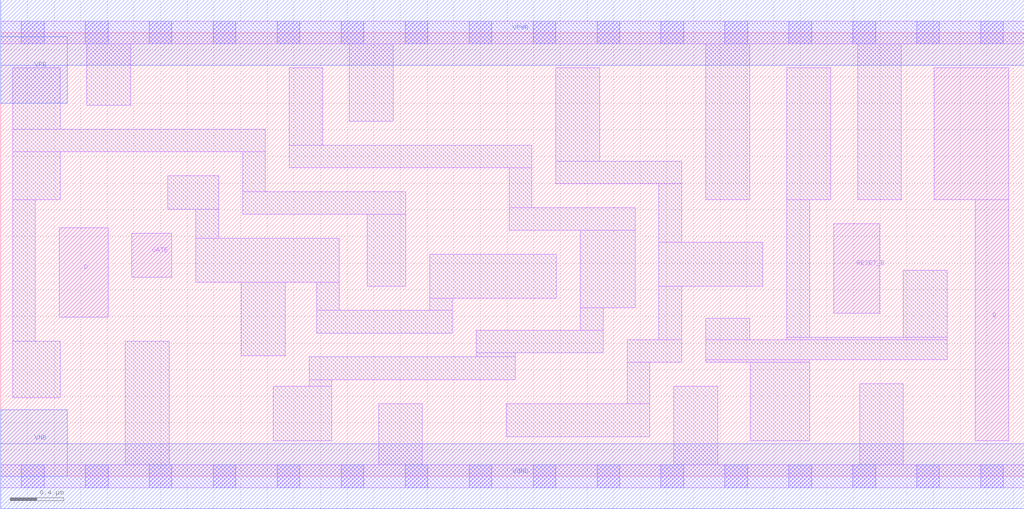
<source format=lef>
# Copyright 2020 The SkyWater PDK Authors
#
# Licensed under the Apache License, Version 2.0 (the "License");
# you may not use this file except in compliance with the License.
# You may obtain a copy of the License at
#
#     https://www.apache.org/licenses/LICENSE-2.0
#
# Unless required by applicable law or agreed to in writing, software
# distributed under the License is distributed on an "AS IS" BASIS,
# WITHOUT WARRANTIES OR CONDITIONS OF ANY KIND, either express or implied.
# See the License for the specific language governing permissions and
# limitations under the License.
#
# SPDX-License-Identifier: Apache-2.0

VERSION 5.5 ;
NAMESCASESENSITIVE ON ;
BUSBITCHARS "[]" ;
DIVIDERCHAR "/" ;
MACRO sky130_fd_sc_lp__dlrtp_lp2
  CLASS CORE ;
  SOURCE USER ;
  ORIGIN  0.000000  0.000000 ;
  SIZE  7.680000 BY  3.330000 ;
  SYMMETRY X Y R90 ;
  SITE unit ;
  PIN D
    ANTENNAGATEAREA  0.376000 ;
    DIRECTION INPUT ;
    USE SIGNAL ;
    PORT
      LAYER li1 ;
        RECT 0.440000 1.195000 0.805000 1.865000 ;
    END
  END D
  PIN Q
    ANTENNADIFFAREA  0.404700 ;
    DIRECTION OUTPUT ;
    USE SIGNAL ;
    PORT
      LAYER li1 ;
        RECT 7.005000 2.075000 7.565000 3.065000 ;
        RECT 7.315000 0.265000 7.565000 2.075000 ;
    END
  END Q
  PIN RESET_B
    ANTENNAGATEAREA  0.313000 ;
    DIRECTION INPUT ;
    USE SIGNAL ;
    PORT
      LAYER li1 ;
        RECT 6.250000 1.225000 6.595000 1.895000 ;
    END
  END RESET_B
  PIN GATE
    ANTENNAGATEAREA  0.376000 ;
    DIRECTION INPUT ;
    USE CLOCK ;
    PORT
      LAYER li1 ;
        RECT 0.985000 1.495000 1.285000 1.825000 ;
    END
  END GATE
  PIN VGND
    DIRECTION INOUT ;
    USE GROUND ;
    PORT
      LAYER met1 ;
        RECT 0.000000 -0.245000 7.680000 0.245000 ;
    END
  END VGND
  PIN VNB
    DIRECTION INOUT ;
    USE GROUND ;
    PORT
      LAYER met1 ;
        RECT 0.000000 0.000000 0.500000 0.500000 ;
    END
  END VNB
  PIN VPB
    DIRECTION INOUT ;
    USE POWER ;
    PORT
      LAYER met1 ;
        RECT 0.000000 2.800000 0.500000 3.300000 ;
    END
  END VPB
  PIN VPWR
    DIRECTION INOUT ;
    USE POWER ;
    PORT
      LAYER met1 ;
        RECT 0.000000 3.085000 7.680000 3.575000 ;
    END
  END VPWR
  OBS
    LAYER li1 ;
      RECT 0.000000 -0.085000 7.680000 0.085000 ;
      RECT 0.000000  3.245000 7.680000 3.415000 ;
      RECT 0.090000  0.590000 0.445000 1.015000 ;
      RECT 0.090000  1.015000 0.260000 2.075000 ;
      RECT 0.090000  2.075000 0.445000 2.435000 ;
      RECT 0.090000  2.435000 1.985000 2.605000 ;
      RECT 0.090000  2.605000 0.445000 3.065000 ;
      RECT 0.645000  2.785000 0.975000 3.245000 ;
      RECT 0.935000  0.085000 1.265000 1.015000 ;
      RECT 1.255000  2.005000 1.635000 2.255000 ;
      RECT 1.465000  1.455000 2.540000 1.785000 ;
      RECT 1.465000  1.785000 1.635000 2.005000 ;
      RECT 1.805000  0.905000 2.135000 1.455000 ;
      RECT 1.815000  1.965000 3.040000 2.135000 ;
      RECT 1.815000  2.135000 1.985000 2.435000 ;
      RECT 2.045000  0.265000 2.485000 0.675000 ;
      RECT 2.165000  2.315000 3.985000 2.485000 ;
      RECT 2.165000  2.485000 2.415000 3.065000 ;
      RECT 2.315000  0.675000 2.485000 0.725000 ;
      RECT 2.315000  0.725000 3.860000 0.895000 ;
      RECT 2.370000  1.075000 3.390000 1.245000 ;
      RECT 2.370000  1.245000 2.540000 1.455000 ;
      RECT 2.615000  2.665000 2.945000 3.245000 ;
      RECT 2.750000  1.425000 3.040000 1.965000 ;
      RECT 2.835000  0.085000 3.165000 0.545000 ;
      RECT 3.220000  1.245000 3.390000 1.335000 ;
      RECT 3.220000  1.335000 4.170000 1.665000 ;
      RECT 3.570000  0.895000 3.860000 0.925000 ;
      RECT 3.570000  0.925000 4.520000 1.095000 ;
      RECT 3.795000  0.295000 4.870000 0.545000 ;
      RECT 3.815000  1.845000 4.760000 2.015000 ;
      RECT 3.815000  2.015000 3.985000 2.315000 ;
      RECT 4.165000  2.195000 5.110000 2.365000 ;
      RECT 4.165000  2.365000 4.495000 3.065000 ;
      RECT 4.350000  1.095000 4.520000 1.265000 ;
      RECT 4.350000  1.265000 4.760000 1.845000 ;
      RECT 4.700000  0.545000 4.870000 0.855000 ;
      RECT 4.700000  0.855000 5.110000 1.025000 ;
      RECT 4.940000  1.025000 5.110000 1.425000 ;
      RECT 4.940000  1.425000 5.720000 1.755000 ;
      RECT 4.940000  1.755000 5.110000 2.195000 ;
      RECT 5.050000  0.085000 5.380000 0.675000 ;
      RECT 5.290000  0.855000 6.070000 0.875000 ;
      RECT 5.290000  0.875000 7.105000 1.025000 ;
      RECT 5.290000  1.025000 5.620000 1.185000 ;
      RECT 5.290000  2.075000 5.620000 3.245000 ;
      RECT 5.625000  0.265000 6.070000 0.855000 ;
      RECT 5.900000  1.025000 7.105000 1.045000 ;
      RECT 5.900000  1.045000 6.070000 2.075000 ;
      RECT 5.900000  2.075000 6.230000 3.065000 ;
      RECT 6.430000  2.075000 6.760000 3.245000 ;
      RECT 6.445000  0.085000 6.775000 0.695000 ;
      RECT 6.775000  1.045000 7.105000 1.545000 ;
    LAYER mcon ;
      RECT 0.155000 -0.085000 0.325000 0.085000 ;
      RECT 0.155000  3.245000 0.325000 3.415000 ;
      RECT 0.635000 -0.085000 0.805000 0.085000 ;
      RECT 0.635000  3.245000 0.805000 3.415000 ;
      RECT 1.115000 -0.085000 1.285000 0.085000 ;
      RECT 1.115000  3.245000 1.285000 3.415000 ;
      RECT 1.595000 -0.085000 1.765000 0.085000 ;
      RECT 1.595000  3.245000 1.765000 3.415000 ;
      RECT 2.075000 -0.085000 2.245000 0.085000 ;
      RECT 2.075000  3.245000 2.245000 3.415000 ;
      RECT 2.555000 -0.085000 2.725000 0.085000 ;
      RECT 2.555000  3.245000 2.725000 3.415000 ;
      RECT 3.035000 -0.085000 3.205000 0.085000 ;
      RECT 3.035000  3.245000 3.205000 3.415000 ;
      RECT 3.515000 -0.085000 3.685000 0.085000 ;
      RECT 3.515000  3.245000 3.685000 3.415000 ;
      RECT 3.995000 -0.085000 4.165000 0.085000 ;
      RECT 3.995000  3.245000 4.165000 3.415000 ;
      RECT 4.475000 -0.085000 4.645000 0.085000 ;
      RECT 4.475000  3.245000 4.645000 3.415000 ;
      RECT 4.955000 -0.085000 5.125000 0.085000 ;
      RECT 4.955000  3.245000 5.125000 3.415000 ;
      RECT 5.435000 -0.085000 5.605000 0.085000 ;
      RECT 5.435000  3.245000 5.605000 3.415000 ;
      RECT 5.915000 -0.085000 6.085000 0.085000 ;
      RECT 5.915000  3.245000 6.085000 3.415000 ;
      RECT 6.395000 -0.085000 6.565000 0.085000 ;
      RECT 6.395000  3.245000 6.565000 3.415000 ;
      RECT 6.875000 -0.085000 7.045000 0.085000 ;
      RECT 6.875000  3.245000 7.045000 3.415000 ;
      RECT 7.355000 -0.085000 7.525000 0.085000 ;
      RECT 7.355000  3.245000 7.525000 3.415000 ;
  END
END sky130_fd_sc_lp__dlrtp_lp2

</source>
